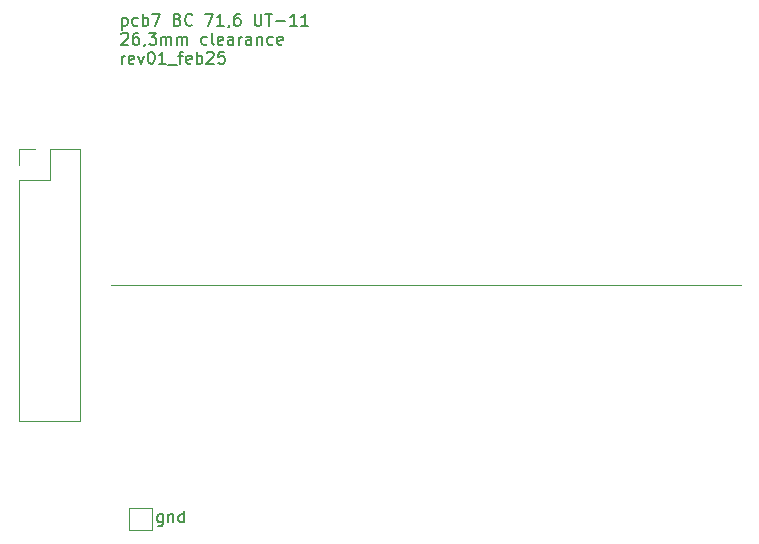
<source format=gto>
G04 #@! TF.GenerationSoftware,KiCad,Pcbnew,8.0.8*
G04 #@! TF.CreationDate,2025-02-19T14:00:37-05:00*
G04 #@! TF.ProjectId,plot_gerbers,706c6f74-5f67-4657-9262-6572732e6b69,rev?*
G04 #@! TF.SameCoordinates,Original*
G04 #@! TF.FileFunction,Legend,Top*
G04 #@! TF.FilePolarity,Positive*
%FSLAX46Y46*%
G04 Gerber Fmt 4.6, Leading zero omitted, Abs format (unit mm)*
G04 Created by KiCad (PCBNEW 8.0.8) date 2025-02-19 14:00:37*
%MOMM*%
%LPD*%
G01*
G04 APERTURE LIST*
%ADD10C,0.150000*%
%ADD11C,0.120000*%
%ADD12C,1.700000*%
%ADD13O,1.700000X1.700000*%
%ADD14R,1.500000X1.500000*%
%ADD15R,1.700000X1.700000*%
G04 APERTURE END LIST*
D10*
X119456779Y-73193264D02*
X119456779Y-74193264D01*
X119456779Y-73240883D02*
X119552017Y-73193264D01*
X119552017Y-73193264D02*
X119742493Y-73193264D01*
X119742493Y-73193264D02*
X119837731Y-73240883D01*
X119837731Y-73240883D02*
X119885350Y-73288502D01*
X119885350Y-73288502D02*
X119932969Y-73383740D01*
X119932969Y-73383740D02*
X119932969Y-73669454D01*
X119932969Y-73669454D02*
X119885350Y-73764692D01*
X119885350Y-73764692D02*
X119837731Y-73812312D01*
X119837731Y-73812312D02*
X119742493Y-73859931D01*
X119742493Y-73859931D02*
X119552017Y-73859931D01*
X119552017Y-73859931D02*
X119456779Y-73812312D01*
X120790112Y-73812312D02*
X120694874Y-73859931D01*
X120694874Y-73859931D02*
X120504398Y-73859931D01*
X120504398Y-73859931D02*
X120409160Y-73812312D01*
X120409160Y-73812312D02*
X120361541Y-73764692D01*
X120361541Y-73764692D02*
X120313922Y-73669454D01*
X120313922Y-73669454D02*
X120313922Y-73383740D01*
X120313922Y-73383740D02*
X120361541Y-73288502D01*
X120361541Y-73288502D02*
X120409160Y-73240883D01*
X120409160Y-73240883D02*
X120504398Y-73193264D01*
X120504398Y-73193264D02*
X120694874Y-73193264D01*
X120694874Y-73193264D02*
X120790112Y-73240883D01*
X121218684Y-73859931D02*
X121218684Y-72859931D01*
X121218684Y-73240883D02*
X121313922Y-73193264D01*
X121313922Y-73193264D02*
X121504398Y-73193264D01*
X121504398Y-73193264D02*
X121599636Y-73240883D01*
X121599636Y-73240883D02*
X121647255Y-73288502D01*
X121647255Y-73288502D02*
X121694874Y-73383740D01*
X121694874Y-73383740D02*
X121694874Y-73669454D01*
X121694874Y-73669454D02*
X121647255Y-73764692D01*
X121647255Y-73764692D02*
X121599636Y-73812312D01*
X121599636Y-73812312D02*
X121504398Y-73859931D01*
X121504398Y-73859931D02*
X121313922Y-73859931D01*
X121313922Y-73859931D02*
X121218684Y-73812312D01*
X122028208Y-72859931D02*
X122694874Y-72859931D01*
X122694874Y-72859931D02*
X122266303Y-73859931D01*
X124171065Y-73336121D02*
X124313922Y-73383740D01*
X124313922Y-73383740D02*
X124361541Y-73431359D01*
X124361541Y-73431359D02*
X124409160Y-73526597D01*
X124409160Y-73526597D02*
X124409160Y-73669454D01*
X124409160Y-73669454D02*
X124361541Y-73764692D01*
X124361541Y-73764692D02*
X124313922Y-73812312D01*
X124313922Y-73812312D02*
X124218684Y-73859931D01*
X124218684Y-73859931D02*
X123837732Y-73859931D01*
X123837732Y-73859931D02*
X123837732Y-72859931D01*
X123837732Y-72859931D02*
X124171065Y-72859931D01*
X124171065Y-72859931D02*
X124266303Y-72907550D01*
X124266303Y-72907550D02*
X124313922Y-72955169D01*
X124313922Y-72955169D02*
X124361541Y-73050407D01*
X124361541Y-73050407D02*
X124361541Y-73145645D01*
X124361541Y-73145645D02*
X124313922Y-73240883D01*
X124313922Y-73240883D02*
X124266303Y-73288502D01*
X124266303Y-73288502D02*
X124171065Y-73336121D01*
X124171065Y-73336121D02*
X123837732Y-73336121D01*
X125409160Y-73764692D02*
X125361541Y-73812312D01*
X125361541Y-73812312D02*
X125218684Y-73859931D01*
X125218684Y-73859931D02*
X125123446Y-73859931D01*
X125123446Y-73859931D02*
X124980589Y-73812312D01*
X124980589Y-73812312D02*
X124885351Y-73717073D01*
X124885351Y-73717073D02*
X124837732Y-73621835D01*
X124837732Y-73621835D02*
X124790113Y-73431359D01*
X124790113Y-73431359D02*
X124790113Y-73288502D01*
X124790113Y-73288502D02*
X124837732Y-73098026D01*
X124837732Y-73098026D02*
X124885351Y-73002788D01*
X124885351Y-73002788D02*
X124980589Y-72907550D01*
X124980589Y-72907550D02*
X125123446Y-72859931D01*
X125123446Y-72859931D02*
X125218684Y-72859931D01*
X125218684Y-72859931D02*
X125361541Y-72907550D01*
X125361541Y-72907550D02*
X125409160Y-72955169D01*
X126504399Y-72859931D02*
X127171065Y-72859931D01*
X127171065Y-72859931D02*
X126742494Y-73859931D01*
X128075827Y-73859931D02*
X127504399Y-73859931D01*
X127790113Y-73859931D02*
X127790113Y-72859931D01*
X127790113Y-72859931D02*
X127694875Y-73002788D01*
X127694875Y-73002788D02*
X127599637Y-73098026D01*
X127599637Y-73098026D02*
X127504399Y-73145645D01*
X128552018Y-73812312D02*
X128552018Y-73859931D01*
X128552018Y-73859931D02*
X128504399Y-73955169D01*
X128504399Y-73955169D02*
X128456780Y-74002788D01*
X129409160Y-72859931D02*
X129218684Y-72859931D01*
X129218684Y-72859931D02*
X129123446Y-72907550D01*
X129123446Y-72907550D02*
X129075827Y-72955169D01*
X129075827Y-72955169D02*
X128980589Y-73098026D01*
X128980589Y-73098026D02*
X128932970Y-73288502D01*
X128932970Y-73288502D02*
X128932970Y-73669454D01*
X128932970Y-73669454D02*
X128980589Y-73764692D01*
X128980589Y-73764692D02*
X129028208Y-73812312D01*
X129028208Y-73812312D02*
X129123446Y-73859931D01*
X129123446Y-73859931D02*
X129313922Y-73859931D01*
X129313922Y-73859931D02*
X129409160Y-73812312D01*
X129409160Y-73812312D02*
X129456779Y-73764692D01*
X129456779Y-73764692D02*
X129504398Y-73669454D01*
X129504398Y-73669454D02*
X129504398Y-73431359D01*
X129504398Y-73431359D02*
X129456779Y-73336121D01*
X129456779Y-73336121D02*
X129409160Y-73288502D01*
X129409160Y-73288502D02*
X129313922Y-73240883D01*
X129313922Y-73240883D02*
X129123446Y-73240883D01*
X129123446Y-73240883D02*
X129028208Y-73288502D01*
X129028208Y-73288502D02*
X128980589Y-73336121D01*
X128980589Y-73336121D02*
X128932970Y-73431359D01*
X130694875Y-72859931D02*
X130694875Y-73669454D01*
X130694875Y-73669454D02*
X130742494Y-73764692D01*
X130742494Y-73764692D02*
X130790113Y-73812312D01*
X130790113Y-73812312D02*
X130885351Y-73859931D01*
X130885351Y-73859931D02*
X131075827Y-73859931D01*
X131075827Y-73859931D02*
X131171065Y-73812312D01*
X131171065Y-73812312D02*
X131218684Y-73764692D01*
X131218684Y-73764692D02*
X131266303Y-73669454D01*
X131266303Y-73669454D02*
X131266303Y-72859931D01*
X131599637Y-72859931D02*
X132171065Y-72859931D01*
X131885351Y-73859931D02*
X131885351Y-72859931D01*
X132504399Y-73478978D02*
X133266304Y-73478978D01*
X134266303Y-73859931D02*
X133694875Y-73859931D01*
X133980589Y-73859931D02*
X133980589Y-72859931D01*
X133980589Y-72859931D02*
X133885351Y-73002788D01*
X133885351Y-73002788D02*
X133790113Y-73098026D01*
X133790113Y-73098026D02*
X133694875Y-73145645D01*
X135218684Y-73859931D02*
X134647256Y-73859931D01*
X134932970Y-73859931D02*
X134932970Y-72859931D01*
X134932970Y-72859931D02*
X134837732Y-73002788D01*
X134837732Y-73002788D02*
X134742494Y-73098026D01*
X134742494Y-73098026D02*
X134647256Y-73145645D01*
X119409160Y-74565113D02*
X119456779Y-74517494D01*
X119456779Y-74517494D02*
X119552017Y-74469875D01*
X119552017Y-74469875D02*
X119790112Y-74469875D01*
X119790112Y-74469875D02*
X119885350Y-74517494D01*
X119885350Y-74517494D02*
X119932969Y-74565113D01*
X119932969Y-74565113D02*
X119980588Y-74660351D01*
X119980588Y-74660351D02*
X119980588Y-74755589D01*
X119980588Y-74755589D02*
X119932969Y-74898446D01*
X119932969Y-74898446D02*
X119361541Y-75469875D01*
X119361541Y-75469875D02*
X119980588Y-75469875D01*
X120837731Y-74469875D02*
X120647255Y-74469875D01*
X120647255Y-74469875D02*
X120552017Y-74517494D01*
X120552017Y-74517494D02*
X120504398Y-74565113D01*
X120504398Y-74565113D02*
X120409160Y-74707970D01*
X120409160Y-74707970D02*
X120361541Y-74898446D01*
X120361541Y-74898446D02*
X120361541Y-75279398D01*
X120361541Y-75279398D02*
X120409160Y-75374636D01*
X120409160Y-75374636D02*
X120456779Y-75422256D01*
X120456779Y-75422256D02*
X120552017Y-75469875D01*
X120552017Y-75469875D02*
X120742493Y-75469875D01*
X120742493Y-75469875D02*
X120837731Y-75422256D01*
X120837731Y-75422256D02*
X120885350Y-75374636D01*
X120885350Y-75374636D02*
X120932969Y-75279398D01*
X120932969Y-75279398D02*
X120932969Y-75041303D01*
X120932969Y-75041303D02*
X120885350Y-74946065D01*
X120885350Y-74946065D02*
X120837731Y-74898446D01*
X120837731Y-74898446D02*
X120742493Y-74850827D01*
X120742493Y-74850827D02*
X120552017Y-74850827D01*
X120552017Y-74850827D02*
X120456779Y-74898446D01*
X120456779Y-74898446D02*
X120409160Y-74946065D01*
X120409160Y-74946065D02*
X120361541Y-75041303D01*
X121409160Y-75422256D02*
X121409160Y-75469875D01*
X121409160Y-75469875D02*
X121361541Y-75565113D01*
X121361541Y-75565113D02*
X121313922Y-75612732D01*
X121742493Y-74469875D02*
X122361540Y-74469875D01*
X122361540Y-74469875D02*
X122028207Y-74850827D01*
X122028207Y-74850827D02*
X122171064Y-74850827D01*
X122171064Y-74850827D02*
X122266302Y-74898446D01*
X122266302Y-74898446D02*
X122313921Y-74946065D01*
X122313921Y-74946065D02*
X122361540Y-75041303D01*
X122361540Y-75041303D02*
X122361540Y-75279398D01*
X122361540Y-75279398D02*
X122313921Y-75374636D01*
X122313921Y-75374636D02*
X122266302Y-75422256D01*
X122266302Y-75422256D02*
X122171064Y-75469875D01*
X122171064Y-75469875D02*
X121885350Y-75469875D01*
X121885350Y-75469875D02*
X121790112Y-75422256D01*
X121790112Y-75422256D02*
X121742493Y-75374636D01*
X122790112Y-75469875D02*
X122790112Y-74803208D01*
X122790112Y-74898446D02*
X122837731Y-74850827D01*
X122837731Y-74850827D02*
X122932969Y-74803208D01*
X122932969Y-74803208D02*
X123075826Y-74803208D01*
X123075826Y-74803208D02*
X123171064Y-74850827D01*
X123171064Y-74850827D02*
X123218683Y-74946065D01*
X123218683Y-74946065D02*
X123218683Y-75469875D01*
X123218683Y-74946065D02*
X123266302Y-74850827D01*
X123266302Y-74850827D02*
X123361540Y-74803208D01*
X123361540Y-74803208D02*
X123504397Y-74803208D01*
X123504397Y-74803208D02*
X123599636Y-74850827D01*
X123599636Y-74850827D02*
X123647255Y-74946065D01*
X123647255Y-74946065D02*
X123647255Y-75469875D01*
X124123445Y-75469875D02*
X124123445Y-74803208D01*
X124123445Y-74898446D02*
X124171064Y-74850827D01*
X124171064Y-74850827D02*
X124266302Y-74803208D01*
X124266302Y-74803208D02*
X124409159Y-74803208D01*
X124409159Y-74803208D02*
X124504397Y-74850827D01*
X124504397Y-74850827D02*
X124552016Y-74946065D01*
X124552016Y-74946065D02*
X124552016Y-75469875D01*
X124552016Y-74946065D02*
X124599635Y-74850827D01*
X124599635Y-74850827D02*
X124694873Y-74803208D01*
X124694873Y-74803208D02*
X124837730Y-74803208D01*
X124837730Y-74803208D02*
X124932969Y-74850827D01*
X124932969Y-74850827D02*
X124980588Y-74946065D01*
X124980588Y-74946065D02*
X124980588Y-75469875D01*
X126647254Y-75422256D02*
X126552016Y-75469875D01*
X126552016Y-75469875D02*
X126361540Y-75469875D01*
X126361540Y-75469875D02*
X126266302Y-75422256D01*
X126266302Y-75422256D02*
X126218683Y-75374636D01*
X126218683Y-75374636D02*
X126171064Y-75279398D01*
X126171064Y-75279398D02*
X126171064Y-74993684D01*
X126171064Y-74993684D02*
X126218683Y-74898446D01*
X126218683Y-74898446D02*
X126266302Y-74850827D01*
X126266302Y-74850827D02*
X126361540Y-74803208D01*
X126361540Y-74803208D02*
X126552016Y-74803208D01*
X126552016Y-74803208D02*
X126647254Y-74850827D01*
X127218683Y-75469875D02*
X127123445Y-75422256D01*
X127123445Y-75422256D02*
X127075826Y-75327017D01*
X127075826Y-75327017D02*
X127075826Y-74469875D01*
X127980588Y-75422256D02*
X127885350Y-75469875D01*
X127885350Y-75469875D02*
X127694874Y-75469875D01*
X127694874Y-75469875D02*
X127599636Y-75422256D01*
X127599636Y-75422256D02*
X127552017Y-75327017D01*
X127552017Y-75327017D02*
X127552017Y-74946065D01*
X127552017Y-74946065D02*
X127599636Y-74850827D01*
X127599636Y-74850827D02*
X127694874Y-74803208D01*
X127694874Y-74803208D02*
X127885350Y-74803208D01*
X127885350Y-74803208D02*
X127980588Y-74850827D01*
X127980588Y-74850827D02*
X128028207Y-74946065D01*
X128028207Y-74946065D02*
X128028207Y-75041303D01*
X128028207Y-75041303D02*
X127552017Y-75136541D01*
X128885350Y-75469875D02*
X128885350Y-74946065D01*
X128885350Y-74946065D02*
X128837731Y-74850827D01*
X128837731Y-74850827D02*
X128742493Y-74803208D01*
X128742493Y-74803208D02*
X128552017Y-74803208D01*
X128552017Y-74803208D02*
X128456779Y-74850827D01*
X128885350Y-75422256D02*
X128790112Y-75469875D01*
X128790112Y-75469875D02*
X128552017Y-75469875D01*
X128552017Y-75469875D02*
X128456779Y-75422256D01*
X128456779Y-75422256D02*
X128409160Y-75327017D01*
X128409160Y-75327017D02*
X128409160Y-75231779D01*
X128409160Y-75231779D02*
X128456779Y-75136541D01*
X128456779Y-75136541D02*
X128552017Y-75088922D01*
X128552017Y-75088922D02*
X128790112Y-75088922D01*
X128790112Y-75088922D02*
X128885350Y-75041303D01*
X129361541Y-75469875D02*
X129361541Y-74803208D01*
X129361541Y-74993684D02*
X129409160Y-74898446D01*
X129409160Y-74898446D02*
X129456779Y-74850827D01*
X129456779Y-74850827D02*
X129552017Y-74803208D01*
X129552017Y-74803208D02*
X129647255Y-74803208D01*
X130409160Y-75469875D02*
X130409160Y-74946065D01*
X130409160Y-74946065D02*
X130361541Y-74850827D01*
X130361541Y-74850827D02*
X130266303Y-74803208D01*
X130266303Y-74803208D02*
X130075827Y-74803208D01*
X130075827Y-74803208D02*
X129980589Y-74850827D01*
X130409160Y-75422256D02*
X130313922Y-75469875D01*
X130313922Y-75469875D02*
X130075827Y-75469875D01*
X130075827Y-75469875D02*
X129980589Y-75422256D01*
X129980589Y-75422256D02*
X129932970Y-75327017D01*
X129932970Y-75327017D02*
X129932970Y-75231779D01*
X129932970Y-75231779D02*
X129980589Y-75136541D01*
X129980589Y-75136541D02*
X130075827Y-75088922D01*
X130075827Y-75088922D02*
X130313922Y-75088922D01*
X130313922Y-75088922D02*
X130409160Y-75041303D01*
X130885351Y-74803208D02*
X130885351Y-75469875D01*
X130885351Y-74898446D02*
X130932970Y-74850827D01*
X130932970Y-74850827D02*
X131028208Y-74803208D01*
X131028208Y-74803208D02*
X131171065Y-74803208D01*
X131171065Y-74803208D02*
X131266303Y-74850827D01*
X131266303Y-74850827D02*
X131313922Y-74946065D01*
X131313922Y-74946065D02*
X131313922Y-75469875D01*
X132218684Y-75422256D02*
X132123446Y-75469875D01*
X132123446Y-75469875D02*
X131932970Y-75469875D01*
X131932970Y-75469875D02*
X131837732Y-75422256D01*
X131837732Y-75422256D02*
X131790113Y-75374636D01*
X131790113Y-75374636D02*
X131742494Y-75279398D01*
X131742494Y-75279398D02*
X131742494Y-74993684D01*
X131742494Y-74993684D02*
X131790113Y-74898446D01*
X131790113Y-74898446D02*
X131837732Y-74850827D01*
X131837732Y-74850827D02*
X131932970Y-74803208D01*
X131932970Y-74803208D02*
X132123446Y-74803208D01*
X132123446Y-74803208D02*
X132218684Y-74850827D01*
X133028208Y-75422256D02*
X132932970Y-75469875D01*
X132932970Y-75469875D02*
X132742494Y-75469875D01*
X132742494Y-75469875D02*
X132647256Y-75422256D01*
X132647256Y-75422256D02*
X132599637Y-75327017D01*
X132599637Y-75327017D02*
X132599637Y-74946065D01*
X132599637Y-74946065D02*
X132647256Y-74850827D01*
X132647256Y-74850827D02*
X132742494Y-74803208D01*
X132742494Y-74803208D02*
X132932970Y-74803208D01*
X132932970Y-74803208D02*
X133028208Y-74850827D01*
X133028208Y-74850827D02*
X133075827Y-74946065D01*
X133075827Y-74946065D02*
X133075827Y-75041303D01*
X133075827Y-75041303D02*
X132599637Y-75136541D01*
X119456779Y-77079819D02*
X119456779Y-76413152D01*
X119456779Y-76603628D02*
X119504398Y-76508390D01*
X119504398Y-76508390D02*
X119552017Y-76460771D01*
X119552017Y-76460771D02*
X119647255Y-76413152D01*
X119647255Y-76413152D02*
X119742493Y-76413152D01*
X120456779Y-77032200D02*
X120361541Y-77079819D01*
X120361541Y-77079819D02*
X120171065Y-77079819D01*
X120171065Y-77079819D02*
X120075827Y-77032200D01*
X120075827Y-77032200D02*
X120028208Y-76936961D01*
X120028208Y-76936961D02*
X120028208Y-76556009D01*
X120028208Y-76556009D02*
X120075827Y-76460771D01*
X120075827Y-76460771D02*
X120171065Y-76413152D01*
X120171065Y-76413152D02*
X120361541Y-76413152D01*
X120361541Y-76413152D02*
X120456779Y-76460771D01*
X120456779Y-76460771D02*
X120504398Y-76556009D01*
X120504398Y-76556009D02*
X120504398Y-76651247D01*
X120504398Y-76651247D02*
X120028208Y-76746485D01*
X120837732Y-76413152D02*
X121075827Y-77079819D01*
X121075827Y-77079819D02*
X121313922Y-76413152D01*
X121885351Y-76079819D02*
X121980589Y-76079819D01*
X121980589Y-76079819D02*
X122075827Y-76127438D01*
X122075827Y-76127438D02*
X122123446Y-76175057D01*
X122123446Y-76175057D02*
X122171065Y-76270295D01*
X122171065Y-76270295D02*
X122218684Y-76460771D01*
X122218684Y-76460771D02*
X122218684Y-76698866D01*
X122218684Y-76698866D02*
X122171065Y-76889342D01*
X122171065Y-76889342D02*
X122123446Y-76984580D01*
X122123446Y-76984580D02*
X122075827Y-77032200D01*
X122075827Y-77032200D02*
X121980589Y-77079819D01*
X121980589Y-77079819D02*
X121885351Y-77079819D01*
X121885351Y-77079819D02*
X121790113Y-77032200D01*
X121790113Y-77032200D02*
X121742494Y-76984580D01*
X121742494Y-76984580D02*
X121694875Y-76889342D01*
X121694875Y-76889342D02*
X121647256Y-76698866D01*
X121647256Y-76698866D02*
X121647256Y-76460771D01*
X121647256Y-76460771D02*
X121694875Y-76270295D01*
X121694875Y-76270295D02*
X121742494Y-76175057D01*
X121742494Y-76175057D02*
X121790113Y-76127438D01*
X121790113Y-76127438D02*
X121885351Y-76079819D01*
X123171065Y-77079819D02*
X122599637Y-77079819D01*
X122885351Y-77079819D02*
X122885351Y-76079819D01*
X122885351Y-76079819D02*
X122790113Y-76222676D01*
X122790113Y-76222676D02*
X122694875Y-76317914D01*
X122694875Y-76317914D02*
X122599637Y-76365533D01*
X123361542Y-77175057D02*
X124123446Y-77175057D01*
X124218685Y-76413152D02*
X124599637Y-76413152D01*
X124361542Y-77079819D02*
X124361542Y-76222676D01*
X124361542Y-76222676D02*
X124409161Y-76127438D01*
X124409161Y-76127438D02*
X124504399Y-76079819D01*
X124504399Y-76079819D02*
X124599637Y-76079819D01*
X125313923Y-77032200D02*
X125218685Y-77079819D01*
X125218685Y-77079819D02*
X125028209Y-77079819D01*
X125028209Y-77079819D02*
X124932971Y-77032200D01*
X124932971Y-77032200D02*
X124885352Y-76936961D01*
X124885352Y-76936961D02*
X124885352Y-76556009D01*
X124885352Y-76556009D02*
X124932971Y-76460771D01*
X124932971Y-76460771D02*
X125028209Y-76413152D01*
X125028209Y-76413152D02*
X125218685Y-76413152D01*
X125218685Y-76413152D02*
X125313923Y-76460771D01*
X125313923Y-76460771D02*
X125361542Y-76556009D01*
X125361542Y-76556009D02*
X125361542Y-76651247D01*
X125361542Y-76651247D02*
X124885352Y-76746485D01*
X125790114Y-77079819D02*
X125790114Y-76079819D01*
X125790114Y-76460771D02*
X125885352Y-76413152D01*
X125885352Y-76413152D02*
X126075828Y-76413152D01*
X126075828Y-76413152D02*
X126171066Y-76460771D01*
X126171066Y-76460771D02*
X126218685Y-76508390D01*
X126218685Y-76508390D02*
X126266304Y-76603628D01*
X126266304Y-76603628D02*
X126266304Y-76889342D01*
X126266304Y-76889342D02*
X126218685Y-76984580D01*
X126218685Y-76984580D02*
X126171066Y-77032200D01*
X126171066Y-77032200D02*
X126075828Y-77079819D01*
X126075828Y-77079819D02*
X125885352Y-77079819D01*
X125885352Y-77079819D02*
X125790114Y-77032200D01*
X126647257Y-76175057D02*
X126694876Y-76127438D01*
X126694876Y-76127438D02*
X126790114Y-76079819D01*
X126790114Y-76079819D02*
X127028209Y-76079819D01*
X127028209Y-76079819D02*
X127123447Y-76127438D01*
X127123447Y-76127438D02*
X127171066Y-76175057D01*
X127171066Y-76175057D02*
X127218685Y-76270295D01*
X127218685Y-76270295D02*
X127218685Y-76365533D01*
X127218685Y-76365533D02*
X127171066Y-76508390D01*
X127171066Y-76508390D02*
X126599638Y-77079819D01*
X126599638Y-77079819D02*
X127218685Y-77079819D01*
X128123447Y-76079819D02*
X127647257Y-76079819D01*
X127647257Y-76079819D02*
X127599638Y-76556009D01*
X127599638Y-76556009D02*
X127647257Y-76508390D01*
X127647257Y-76508390D02*
X127742495Y-76460771D01*
X127742495Y-76460771D02*
X127980590Y-76460771D01*
X127980590Y-76460771D02*
X128075828Y-76508390D01*
X128075828Y-76508390D02*
X128123447Y-76556009D01*
X128123447Y-76556009D02*
X128171066Y-76651247D01*
X128171066Y-76651247D02*
X128171066Y-76889342D01*
X128171066Y-76889342D02*
X128123447Y-76984580D01*
X128123447Y-76984580D02*
X128075828Y-77032200D01*
X128075828Y-77032200D02*
X127980590Y-77079819D01*
X127980590Y-77079819D02*
X127742495Y-77079819D01*
X127742495Y-77079819D02*
X127647257Y-77032200D01*
X127647257Y-77032200D02*
X127599638Y-76984580D01*
X122899523Y-115248152D02*
X122899523Y-116057676D01*
X122899523Y-116057676D02*
X122851904Y-116152914D01*
X122851904Y-116152914D02*
X122804285Y-116200533D01*
X122804285Y-116200533D02*
X122709047Y-116248152D01*
X122709047Y-116248152D02*
X122566190Y-116248152D01*
X122566190Y-116248152D02*
X122470952Y-116200533D01*
X122899523Y-115867200D02*
X122804285Y-115914819D01*
X122804285Y-115914819D02*
X122613809Y-115914819D01*
X122613809Y-115914819D02*
X122518571Y-115867200D01*
X122518571Y-115867200D02*
X122470952Y-115819580D01*
X122470952Y-115819580D02*
X122423333Y-115724342D01*
X122423333Y-115724342D02*
X122423333Y-115438628D01*
X122423333Y-115438628D02*
X122470952Y-115343390D01*
X122470952Y-115343390D02*
X122518571Y-115295771D01*
X122518571Y-115295771D02*
X122613809Y-115248152D01*
X122613809Y-115248152D02*
X122804285Y-115248152D01*
X122804285Y-115248152D02*
X122899523Y-115295771D01*
X123375714Y-115248152D02*
X123375714Y-115914819D01*
X123375714Y-115343390D02*
X123423333Y-115295771D01*
X123423333Y-115295771D02*
X123518571Y-115248152D01*
X123518571Y-115248152D02*
X123661428Y-115248152D01*
X123661428Y-115248152D02*
X123756666Y-115295771D01*
X123756666Y-115295771D02*
X123804285Y-115391009D01*
X123804285Y-115391009D02*
X123804285Y-115914819D01*
X124709047Y-115914819D02*
X124709047Y-114914819D01*
X124709047Y-115867200D02*
X124613809Y-115914819D01*
X124613809Y-115914819D02*
X124423333Y-115914819D01*
X124423333Y-115914819D02*
X124328095Y-115867200D01*
X124328095Y-115867200D02*
X124280476Y-115819580D01*
X124280476Y-115819580D02*
X124232857Y-115724342D01*
X124232857Y-115724342D02*
X124232857Y-115438628D01*
X124232857Y-115438628D02*
X124280476Y-115343390D01*
X124280476Y-115343390D02*
X124328095Y-115295771D01*
X124328095Y-115295771D02*
X124423333Y-115248152D01*
X124423333Y-115248152D02*
X124613809Y-115248152D01*
X124613809Y-115248152D02*
X124709047Y-115295771D01*
D11*
X171840000Y-95800000D02*
X118500000Y-95800000D01*
X120080000Y-114690000D02*
X121980000Y-114690000D01*
X120080000Y-116590000D02*
X120080000Y-114690000D01*
X121980000Y-114690000D02*
X121980000Y-116590000D01*
X121980000Y-116590000D02*
X120080000Y-116590000D01*
X110720000Y-84320000D02*
X112050000Y-84320000D01*
X110720000Y-85650000D02*
X110720000Y-84320000D01*
X110720000Y-86920000D02*
X110720000Y-107300000D01*
X110720000Y-86920000D02*
X113320000Y-86920000D01*
X110720000Y-107300000D02*
X115920000Y-107300000D01*
X113320000Y-84320000D02*
X115920000Y-84320000D01*
X113320000Y-86920000D02*
X113320000Y-84320000D01*
X115920000Y-84320000D02*
X115920000Y-107300000D01*
%LPC*%
D12*
X169300000Y-80560000D03*
X169300000Y-83100000D03*
X169300000Y-85640000D03*
X169300000Y-88180000D03*
X169300000Y-90720000D03*
X169300000Y-93260000D03*
D13*
X166760000Y-80560000D03*
X166760000Y-83100000D03*
X166760000Y-85640000D03*
X166760000Y-88180000D03*
X166760000Y-90720000D03*
X166760000Y-93260000D03*
X164220000Y-80560000D03*
X164220000Y-83100000D03*
X164220000Y-85640000D03*
X164220000Y-88180000D03*
X164220000Y-90720000D03*
X164220000Y-93260000D03*
X161680000Y-80560000D03*
X161680000Y-83100000D03*
X161680000Y-85640000D03*
X161680000Y-88180000D03*
X161680000Y-90720000D03*
X161680000Y-93260000D03*
X159140000Y-80560000D03*
X159140000Y-83100000D03*
X159140000Y-85640000D03*
X159140000Y-88180000D03*
X159140000Y-90720000D03*
X159140000Y-93260000D03*
X156600000Y-80560000D03*
X156600000Y-83100000D03*
X156600000Y-85640000D03*
X156600000Y-88180000D03*
X156600000Y-90720000D03*
X156600000Y-93260000D03*
X154060000Y-80560000D03*
X154060000Y-83100000D03*
X154060000Y-85640000D03*
X154060000Y-88180000D03*
X154060000Y-90720000D03*
X154060000Y-93260000D03*
X151520000Y-80560000D03*
X151520000Y-83100000D03*
X151520000Y-85640000D03*
X151520000Y-88180000D03*
X151520000Y-90720000D03*
X151520000Y-93260000D03*
X148980000Y-80560000D03*
X148980000Y-83100000D03*
X148980000Y-85640000D03*
X148980000Y-88180000D03*
X148980000Y-90720000D03*
X148980000Y-93260000D03*
X146440000Y-80560000D03*
X146440000Y-83100000D03*
X146440000Y-85640000D03*
X146440000Y-88180000D03*
X146440000Y-90720000D03*
X146440000Y-93260000D03*
X143900000Y-80560000D03*
X143900000Y-83100000D03*
X143900000Y-85640000D03*
X143900000Y-88180000D03*
X143900000Y-90720000D03*
X143900000Y-93260000D03*
X141360000Y-80560000D03*
X141360000Y-83100000D03*
X141360000Y-85640000D03*
X141360000Y-88180000D03*
X141360000Y-90720000D03*
X141360000Y-93260000D03*
X138820000Y-80560000D03*
X138820000Y-83100000D03*
X138820000Y-85640000D03*
X138820000Y-88180000D03*
X138820000Y-90720000D03*
X138820000Y-93260000D03*
X136280000Y-80560000D03*
X136280000Y-83100000D03*
X136280000Y-85640000D03*
X136280000Y-88180000D03*
X136280000Y-90720000D03*
X136280000Y-93260000D03*
X133740000Y-80560000D03*
X133740000Y-83100000D03*
X133740000Y-85640000D03*
X133740000Y-88180000D03*
X133740000Y-90720000D03*
X133740000Y-93260000D03*
X131200000Y-80560000D03*
X131200000Y-83100000D03*
X131200000Y-85640000D03*
X131200000Y-88180000D03*
X131200000Y-90720000D03*
X131200000Y-93260000D03*
X128660000Y-80560000D03*
X128660000Y-83100000D03*
X128660000Y-85640000D03*
X128660000Y-88180000D03*
X128660000Y-90720000D03*
X128660000Y-93260000D03*
X126120000Y-80560000D03*
X126120000Y-83100000D03*
X126120000Y-85640000D03*
X126120000Y-88180000D03*
X126120000Y-90720000D03*
X126120000Y-93260000D03*
X123580000Y-80560000D03*
X123580000Y-83100000D03*
X123580000Y-85640000D03*
X123580000Y-88180000D03*
X123580000Y-90720000D03*
X123580000Y-93260000D03*
X121040000Y-80560000D03*
X121040000Y-83100000D03*
X121040000Y-85640000D03*
X121040000Y-88180000D03*
X121040000Y-90720000D03*
X121040000Y-93260000D03*
D12*
X169300000Y-98340000D03*
X169300000Y-100880000D03*
X169300000Y-103420000D03*
X169300000Y-105960000D03*
X169300000Y-108500000D03*
X169300000Y-111040000D03*
D13*
X166760000Y-98340000D03*
X166760000Y-100880000D03*
X166760000Y-103420000D03*
X166760000Y-105960000D03*
X166760000Y-108500000D03*
X166760000Y-111040000D03*
X164220000Y-98340000D03*
X164220000Y-100880000D03*
X164220000Y-103420000D03*
X164220000Y-105960000D03*
X164220000Y-108500000D03*
X164220000Y-111040000D03*
X161680000Y-98340000D03*
X161680000Y-100880000D03*
X161680000Y-103420000D03*
X161680000Y-105960000D03*
X161680000Y-108500000D03*
X161680000Y-111040000D03*
X159140000Y-98340000D03*
X159140000Y-100880000D03*
X159140000Y-103420000D03*
X159140000Y-105960000D03*
X159140000Y-108500000D03*
X159140000Y-111040000D03*
X156600000Y-98340000D03*
X156600000Y-100880000D03*
X156600000Y-103420000D03*
X156600000Y-105960000D03*
X156600000Y-108500000D03*
X156600000Y-111040000D03*
X154060000Y-98340000D03*
X154060000Y-100880000D03*
X154060000Y-103420000D03*
X154060000Y-105960000D03*
X154060000Y-108500000D03*
X154060000Y-111040000D03*
X151520000Y-98340000D03*
X151520000Y-100880000D03*
X151520000Y-103420000D03*
X151520000Y-105960000D03*
X151520000Y-108500000D03*
X151520000Y-111040000D03*
X148980000Y-98340000D03*
X148980000Y-100880000D03*
X148980000Y-103420000D03*
X148980000Y-105960000D03*
X148980000Y-108500000D03*
X148980000Y-111040000D03*
X146440000Y-98340000D03*
X146440000Y-100880000D03*
X146440000Y-103420000D03*
X146440000Y-105960000D03*
X146440000Y-108500000D03*
X146440000Y-111040000D03*
X143900000Y-98340000D03*
X143900000Y-100880000D03*
X143900000Y-103420000D03*
X143900000Y-105960000D03*
X143900000Y-108500000D03*
X143900000Y-111040000D03*
X141360000Y-98340000D03*
X141360000Y-100880000D03*
X141360000Y-103420000D03*
X141360000Y-105960000D03*
X141360000Y-108500000D03*
X141360000Y-111040000D03*
X138820000Y-98340000D03*
X138820000Y-100880000D03*
X138820000Y-103420000D03*
X138820000Y-105960000D03*
X138820000Y-108500000D03*
X138820000Y-111040000D03*
X136280000Y-98340000D03*
X136280000Y-100880000D03*
X136280000Y-103420000D03*
X136280000Y-105960000D03*
X136280000Y-108500000D03*
X136280000Y-111040000D03*
X133740000Y-98340000D03*
X133740000Y-100880000D03*
X133740000Y-103420000D03*
X133740000Y-105960000D03*
X133740000Y-108500000D03*
X133740000Y-111040000D03*
X131200000Y-98340000D03*
X131200000Y-100880000D03*
X131200000Y-103420000D03*
X131200000Y-105960000D03*
X131200000Y-108500000D03*
X131200000Y-111040000D03*
X128660000Y-98340000D03*
X128660000Y-100880000D03*
X128660000Y-103420000D03*
X128660000Y-105960000D03*
X128660000Y-108500000D03*
X128660000Y-111040000D03*
X126120000Y-98340000D03*
X126120000Y-100880000D03*
X126120000Y-103420000D03*
X126120000Y-105960000D03*
X126120000Y-108500000D03*
X126120000Y-111040000D03*
X123580000Y-98340000D03*
X123580000Y-100880000D03*
X123580000Y-103420000D03*
X123580000Y-105960000D03*
X123580000Y-108500000D03*
X123580000Y-111040000D03*
X121040000Y-98340000D03*
X121040000Y-100880000D03*
X121040000Y-103420000D03*
X121040000Y-105960000D03*
X121040000Y-108500000D03*
X121040000Y-111040000D03*
D14*
X121030000Y-115640000D03*
D15*
X112050000Y-85650000D03*
D13*
X114590000Y-85650000D03*
X112050000Y-88190000D03*
X114590000Y-88190000D03*
X112050000Y-90730000D03*
X114590000Y-90730000D03*
X112050000Y-93270000D03*
X114590000Y-93270000D03*
X112050000Y-95810000D03*
X114590000Y-95810000D03*
X112050000Y-98350000D03*
X114590000Y-98350000D03*
X112050000Y-100890000D03*
X114590000Y-100890000D03*
X112050000Y-103430000D03*
X114590000Y-103430000D03*
X112050000Y-105970000D03*
X114590000Y-105970000D03*
%LPD*%
M02*

</source>
